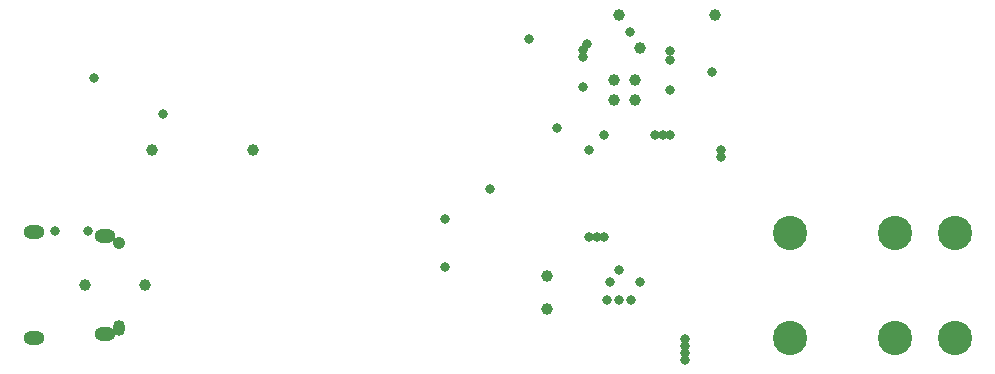
<source format=gbr>
G04 #@! TF.FileFunction,Soldermask,Bot*
%FSLAX46Y46*%
G04 Gerber Fmt 4.6, Leading zero omitted, Abs format (unit mm)*
G04 Created by KiCad (PCBNEW 4.0.7) date 03/27/18 03:46:25*
%MOMM*%
%LPD*%
G01*
G04 APERTURE LIST*
%ADD10C,0.100000*%
%ADD11O,1.800000X1.200000*%
%ADD12O,1.050000X1.350000*%
%ADD13C,1.050000*%
%ADD14C,2.900000*%
%ADD15C,1.000000*%
%ADD16C,0.800000*%
G04 APERTURE END LIST*
D10*
D11*
X118535000Y-97470000D03*
X118535000Y-105730000D03*
X112585000Y-106090000D03*
X112585000Y-97110000D03*
D12*
X119785000Y-105200000D03*
D13*
X119785000Y-98000000D03*
D14*
X176530000Y-106045000D03*
X185420000Y-97155000D03*
X185420000Y-106045000D03*
X190500000Y-106045000D03*
X190500000Y-97155000D03*
X176530000Y-97155000D03*
D15*
X162052000Y-78739926D03*
X161697500Y-85952500D03*
X163422500Y-85952500D03*
X163422500Y-84227500D03*
X161697500Y-84227500D03*
X155956000Y-103632000D03*
X155956000Y-100838000D03*
X121920000Y-101600000D03*
X116840000Y-101600000D03*
D16*
X159512000Y-90170000D03*
X160782000Y-88900000D03*
X147320000Y-96012090D03*
D15*
X131064000Y-90170000D03*
D16*
X147320000Y-100076000D03*
D15*
X122555000Y-90170000D03*
D16*
X169926000Y-83566000D03*
X166370000Y-85090000D03*
X166370000Y-88900000D03*
X166370000Y-81788000D03*
D15*
X170180000Y-78740000D03*
X163830000Y-81534000D03*
D16*
X117602000Y-84074000D03*
X123444000Y-87122000D03*
X117094000Y-97028000D03*
X114300000Y-97028000D03*
X170688000Y-90170000D03*
X165769997Y-88900000D03*
X170688000Y-90770003D03*
X165100000Y-88900000D03*
X154432000Y-80772000D03*
X156863761Y-88259937D03*
X159371432Y-81201536D03*
X151130000Y-93472000D03*
X162985053Y-80199495D03*
X166370000Y-82550000D03*
X159004118Y-81695977D03*
X167640000Y-107972069D03*
X159004000Y-82295978D03*
X167640000Y-107372056D03*
X167640000Y-106772043D03*
X159004000Y-84836000D03*
X167640000Y-106171936D03*
X159512000Y-97536000D03*
X161290000Y-101346000D03*
X161036000Y-102870000D03*
X163830000Y-101346000D03*
X162052000Y-102870000D03*
X163068000Y-102870000D03*
X160782000Y-97536000D03*
X162052000Y-100330000D03*
X160181997Y-97536000D03*
M02*

</source>
